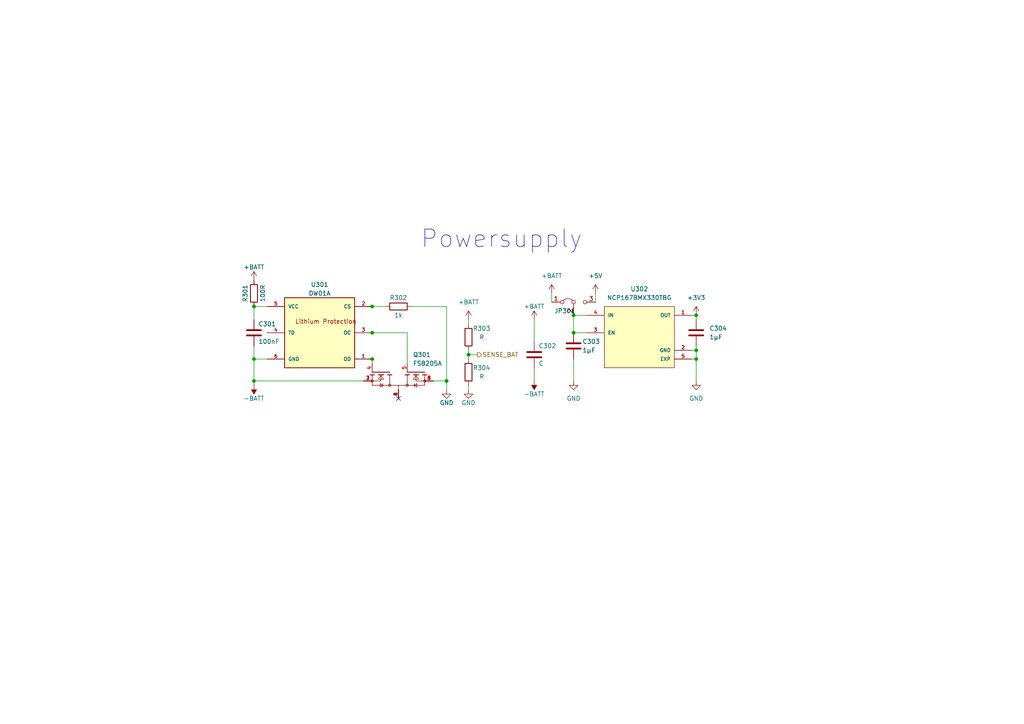
<source format=kicad_sch>
(kicad_sch (version 20211123) (generator eeschema)
  (paper "A4")
  (title_block (title "FabReader2") (date "2022-06-20") (rev "0.2") (company "RLKM UG (haftungsbeschränkt)") (comment 1 "Autoren: Joseph Langosch, Kai Kriegel"))
  (lib_symbols
    (symbol "DW01A:DW01A" (pin_names (offset 1.016))
      (property "Reference" "IC" (at -5.08 11.43 0))
      (property "Value" "DW01A" (at -5.08 -12.7 0))
      (symbol "DW01A_0_0"
        (rectangle (start -10.16 -10.16) (end 10.16 10.16) (stroke (width 0.254)) (fill (type background)))
        (text "Lithium Protection" (at -7.112 2.54 0) (effects (font (size 1.27 1.27)) (justify left bottom)))
        (pin bidirectional line (at 15.24 -7.62 180) (length 5.08) (name "OD") (number "1"))
        (pin bidirectional line (at 15.24 7.62 180) (length 5.08) (name "CS") (number "2"))
        (pin bidirectional line (at 15.24 0 180) (length 5.08) (name "OC") (number "3"))
        (pin bidirectional line (at -15.24 0 0) (length 5.08) (name "TD") (number "4"))
        (pin power_in line (at -15.24 7.62 0) (length 5.08) (name "VCC") (number "5"))
        (pin power_in line (at -15.24 -7.62 0) (length 5.08) (name "GND") (number "6"))
      )
    )
    (symbol "Device:C" (pin_numbers hide) (pin_names (offset 0.254))
      (property "Reference" "C" (at 0.635 2.54 0))
      (property "Value" "C" (at 0.635 -2.54 0))
      (symbol "C_0_1"
        (polyline (pts (xy -2.032 -0.762) (xy 2.032 -0.762)) (stroke (width 0.508)))
        (polyline (pts (xy -2.032 0.762) (xy 2.032 0.762)) (stroke (width 0.508)))
      )
      (symbol "C_1_1"
        (pin passive line (at 0 3.81 270) (length 2.794) (name "~") (number "1"))
        (pin passive line (at 0 -3.81 90) (length 2.794) (name "~") (number "2"))
      )
    )
    (symbol "Device:R" (pin_numbers hide) (pin_names (offset 0))
      (property "Reference" "R" (at 2.032 0 90))
      (property "Value" "R" (at 0 0 90))
      (symbol "R_0_1"
        (rectangle (start -1.016 -2.54) (end 1.016 2.54) (stroke (width 0.254)))
      )
      (symbol "R_1_1"
        (pin passive line (at 0 3.81 270) (length 1.27) (name "~") (number "1"))
        (pin passive line (at 0 -3.81 90) (length 1.27) (name "~") (number "2"))
      )
    )
    (symbol "FS8205A:FS8205A" (pin_names (offset 1.016) hide)
      (property "Reference" "Q" (at -11.43 7.62 0))
      (property "Value" "FS8205A" (at -11.43 -12.7 0))
      (symbol "FS8205A_0_0"
        (circle (center 0 -7.62) (radius 0.3556))
        (polyline (pts (xy -2.54 -2.54) (xy -2.54 -7.62)) (stroke (width 0.254)))
        (polyline (pts (xy -2.54 7.62) (xy -2.54 2.54)) (stroke (width 0.254)))
        (polyline (pts (xy -1.778 -7.62) (xy -1.778 -8.255)) (stroke (width 0.254)))
        (polyline (pts (xy -1.778 -6.985) (xy -1.778 -7.62)) (stroke (width 0.254)))
        (polyline (pts (xy -1.778 -5.08) (xy -1.778 -5.842)) (stroke (width 0.254)))
        (polyline (pts (xy -1.778 -5.08) (xy 0 -5.08)) (stroke (width 0.1524)))
        (polyline (pts (xy -1.778 -4.318) (xy -1.778 -5.08)) (stroke (width 0.254)))
        (polyline (pts (xy -1.778 -2.54) (xy -1.778 -3.175)) (stroke (width 0.254)))
        (polyline (pts (xy -1.778 -2.54) (xy 1.27 -2.54)) (stroke (width 0.1524)))
        (polyline (pts (xy -1.778 -1.905) (xy -1.778 -2.54)) (stroke (width 0.254)))
        (polyline (pts (xy -1.778 2.54) (xy -1.778 1.905)) (stroke (width 0.254)))
        (polyline (pts (xy -1.778 3.175) (xy -1.778 2.54)) (stroke (width 0.254)))
        (polyline (pts (xy -1.778 5.08) (xy -1.778 4.318)) (stroke (width 0.254)))
        (polyline (pts (xy -1.778 5.08) (xy 0 5.08)) (stroke (width 0.1524)))
        (polyline (pts (xy -1.778 5.842) (xy -1.778 5.08)) (stroke (width 0.254)))
        (polyline (pts (xy -1.778 7.62) (xy -1.778 6.985)) (stroke (width 0.254)))
        (polyline (pts (xy -1.778 7.62) (xy 1.27 7.62)) (stroke (width 0.1524)))
        (polyline (pts (xy -1.778 8.255) (xy -1.778 7.62)) (stroke (width 0.254)))
        (polyline (pts (xy 0 -7.62) (xy -1.778 -7.62)) (stroke (width 0.1524)))
        (polyline (pts (xy 0 -7.62) (xy 1.27 -7.62)) (stroke (width 0.1524)))
        (polyline (pts (xy 0 -5.08) (xy 0 -7.62)) (stroke (width 0.1524)))
        (polyline (pts (xy 0 7.62) (xy 0 5.08)) (stroke (width 0.1524)))
        (polyline (pts (xy 0.762 4.572) (xy 1.27 4.572)) (stroke (width 0.1524)))
        (polyline (pts (xy 1.27 -4.572) (xy 0.762 -4.572)) (stroke (width 0.1524)))
        (polyline (pts (xy 1.27 -4.572) (xy 1.27 -7.62)) (stroke (width 0.1524)))
        (polyline (pts (xy 1.27 -2.54) (xy 1.27 -4.572)) (stroke (width 0.1524)))
        (polyline (pts (xy 1.27 -2.54) (xy 1.27 0)) (stroke (width 0.1524)))
        (polyline (pts (xy 1.27 0) (xy 1.27 2.54)) (stroke (width 0.1524)))
        (polyline (pts (xy 1.27 0) (xy 2.54 0)) (stroke (width 0.1524)))
        (polyline (pts (xy 1.27 2.54) (xy -1.778 2.54)) (stroke (width 0.1524)))
        (polyline (pts (xy 1.27 2.54) (xy 1.27 4.572)) (stroke (width 0.1524)))
        (polyline (pts (xy 1.27 4.572) (xy 1.27 7.62)) (stroke (width 0.1524)))
        (polyline (pts (xy 1.27 4.572) (xy 1.778 4.572)) (stroke (width 0.1524)))
        (polyline (pts (xy 1.778 -4.572) (xy 1.27 -4.572)) (stroke (width 0.1524)))
        (polyline (pts (xy -1.524 -5.08) (xy -0.508 -4.318) (xy -0.508 -5.842) (xy -1.524 -5.08)) (stroke (width 0.1524)) (fill (type background)))
        (polyline (pts (xy -1.524 5.08) (xy -0.508 5.842) (xy -0.508 4.318) (xy -1.524 5.08)) (stroke (width 0.1524)) (fill (type background)))
        (polyline (pts (xy 1.27 -4.572) (xy 0.762 -5.334) (xy 1.778 -5.334) (xy 1.27 -4.572)) (stroke (width 0.1524)) (fill (type background)))
        (polyline (pts (xy 1.27 4.572) (xy 1.778 5.334) (xy 0.762 5.334) (xy 1.27 4.572)) (stroke (width 0.1524)) (fill (type background)))
        (circle (center 0 7.62) (radius 0.3556))
        (circle (center 1.27 -2.54) (radius 0.3556))
        (circle (center 1.27 2.54) (radius 0.3556))
        (pin passive line (at 5.08 0 180) (length 2.54) (name "~") (number "1"))
        (pin passive line (at 0 -10.16 90) (length 2.54) (name "~") (number "2"))
        (pin passive line (at 0 -10.16 90) (length 2.54) (name "~") (number "3"))
        (pin passive line (at -5.08 -7.62 0) (length 2.54) (name "~") (number "4"))
        (pin passive line (at -5.08 2.54 0) (length 2.54) (name "~") (number "5"))
        (pin passive line (at 0 10.16 270) (length 2.54) (name "~") (number "6"))
        (pin passive line (at 0 10.16 270) (length 2.54) (name "~") (number "7"))
        (pin passive line (at 5.08 0 180) (length 2.54) (name "~") (number "8"))
      )
    )
    (symbol "Jumper:Jumper_3_Bridged12" (pin_names (offset 0) hide)
      (property "Reference" "JP" (at -2.54 -2.54 0))
      (property "Value" "Jumper_3_Bridged12" (at 0 2.794 0))
      (symbol "Jumper_3_Bridged12_0_0"
        (circle (center -3.302 0) (radius 0.508))
        (circle (center 0 0) (radius 0.508))
        (circle (center 3.302 0) (radius 0.508))
      )
      (symbol "Jumper_3_Bridged12_0_1"
        (arc (start -0.254 0.508) (mid -1.651 0.9912) (end -3.048 0.508))
        (polyline (pts (xy 0 -1.27) (xy 0 -0.508)))
      )
      (symbol "Jumper_3_Bridged12_1_1"
        (pin passive line (at -6.35 0 0) (length 2.54) (name "A") (number "1"))
        (pin passive line (at 0 -3.81 90) (length 2.54) (name "C") (number "2"))
        (pin passive line (at 6.35 0 180) (length 2.54) (name "B") (number "3"))
      )
    )
    (symbol "NCP167BMX330TBG:NCP167BMX330TBG" (pin_names (offset 1.016))
      (property "Reference" "U" (at -10.16 7.62 0))
      (property "Value" "NCP167BMX330TBG" (at -10.16 -12.7 0))
      (symbol "NCP167BMX330TBG_0_0"
        (rectangle (start -10.16 -10.16) (end 10.16 7.62) (stroke (width 0.1524)) (fill (type background)))
        (pin output line (at 15.24 5.08 180) (length 5.08) (name "OUT") (number "1"))
        (pin power_in line (at 15.24 -5.08 180) (length 5.08) (name "GND") (number "2"))
        (pin input line (at -15.24 0 0) (length 5.08) (name "EN") (number "3"))
        (pin input line (at -15.24 5.08 0) (length 5.08) (name "IN") (number "4"))
        (pin power_in line (at 15.24 -7.62 180) (length 5.08) (name "EXP") (number "5"))
      )
    )
    (symbol "power:+3V3" (power) (pin_names (offset 0))
      (property "Value" "+3V3" (at 0 3.556 0))
      (symbol "+3V3_0_1"
        (polyline (pts (xy -0.762 1.27) (xy 0 2.54)))
        (polyline (pts (xy 0 0) (xy 0 2.54)))
        (polyline (pts (xy 0 2.54) (xy 0.762 1.27)))
      )
      (symbol "+3V3_1_1"
        (pin power_in line (at 0 0 90) (length 0) hide (name "+3V3") (number "1"))
      )
    )
    (symbol "power:+5V" (power) (pin_names (offset 0))
      (property "Value" "+5V" (at 0 3.556 0))
      (symbol "+5V_0_1"
        (polyline (pts (xy -0.762 1.27) (xy 0 2.54)))
        (polyline (pts (xy 0 0) (xy 0 2.54)))
        (polyline (pts (xy 0 2.54) (xy 0.762 1.27)))
      )
      (symbol "+5V_1_1"
        (pin power_in line (at 0 0 90) (length 0) hide (name "+5V") (number "1"))
      )
    )
    (symbol "power:+BATT" (power) (pin_names (offset 0))
      (property "Value" "+BATT" (at 0 3.556 0))
      (symbol "+BATT_0_1"
        (polyline (pts (xy -0.762 1.27) (xy 0 2.54)))
        (polyline (pts (xy 0 0) (xy 0 2.54)))
        (polyline (pts (xy 0 2.54) (xy 0.762 1.27)))
      )
      (symbol "+BATT_1_1"
        (pin power_in line (at 0 0 90) (length 0) hide (name "+BATT") (number "1"))
      )
    )
    (symbol "power:-BATT" (power) (pin_names (offset 0))
      (property "Value" "-BATT" (at 0 3.556 0))
      (symbol "-BATT_0_1"
        (polyline (pts (xy 0 0) (xy 0 2.54)))
        (polyline (pts (xy 0.762 1.27) (xy -0.762 1.27) (xy 0 2.54) (xy 0.762 1.27)) (fill (type outline)))
      )
      (symbol "-BATT_1_1"
        (pin power_in line (at 0 0 90) (length 0) hide (name "-BATT") (number "1"))
      )
    )
    (symbol "power:GND" (power) (pin_names (offset 0))
      (property "Value" "GND" (at 0 -3.81 0))
      (symbol "GND_0_1"
        (polyline (pts (xy 0 0) (xy 0 -1.27) (xy 1.27 -1.27) (xy 0 -2.54) (xy -1.27 -1.27) (xy 0 -1.27)))
      )
      (symbol "GND_1_1"
        (pin power_in line (at 0 0 270) (length 0) hide (name "GND") (number "1"))
      )
    )
  )
  (junction (at 201.93 104.14))
  (junction (at 107.95 88.9))
  (junction (at 166.37 91.44))
  (junction (at 166.37 96.52))
  (junction (at 201.93 91.44))
  (junction (at 73.66 110.49))
  (junction (at 73.66 88.9))
  (junction (at 201.93 101.6))
  (junction (at 107.95 104.14))
  (junction (at 107.95 96.52))
  (junction (at 135.89 102.87))
  (junction (at 73.66 104.14))
  (junction (at 129.54 110.49))
  (no_connect (at 115.57 115.57))
  (wire (pts (xy 166.37 96.52) (xy 166.37 91.44)))
  (wire (pts (xy 166.37 91.44) (xy 170.18 91.44)))
  (wire (pts (xy 201.93 101.6) (xy 200.66 101.6)))
  (wire (pts (xy 129.54 110.49) (xy 129.54 113.03)))
  (wire (pts (xy 201.93 92.71) (xy 201.93 91.44)))
  (wire (pts (xy 119.38 88.9) (xy 129.54 88.9)))
  (wire (pts (xy 135.89 113.03) (xy 135.89 111.76)))
  (wire (pts (xy 73.66 110.49) (xy 105.41 110.49)))
  (wire (pts (xy 73.66 88.9) (xy 73.66 92.71)))
  (wire (pts (xy 135.89 102.87) (xy 135.89 104.14)))
  (wire (pts (xy 129.54 88.9) (xy 129.54 110.49)))
  (wire (pts (xy 73.66 100.33) (xy 73.66 104.14)))
  (wire (pts (xy 73.66 88.9) (xy 77.47 88.9)))
  (wire (pts (xy 201.93 104.14) (xy 201.93 110.49)))
  (wire (pts (xy 201.93 104.14) (xy 201.93 101.6)))
  (wire (pts (xy 201.93 100.33) (xy 201.93 101.6)))
  (wire (pts (xy 107.95 104.14) (xy 107.95 105.41)))
  (wire (pts (xy 154.94 92.71) (xy 154.94 99.06)))
  (wire (pts (xy 73.66 110.49) (xy 73.66 104.14)))
  (wire (pts (xy 107.95 88.9) (xy 111.76 88.9)))
  (wire (pts (xy 135.89 101.6) (xy 135.89 102.87)))
  (wire (pts (xy 201.93 104.14) (xy 200.66 104.14)))
  (wire (pts (xy 73.66 104.14) (xy 77.47 104.14)))
  (wire (pts (xy 135.89 92.71) (xy 135.89 93.98)))
  (wire (pts (xy 118.11 96.52) (xy 107.95 96.52)))
  (wire (pts (xy 160.02 85.09) (xy 160.02 87.63)))
  (wire (pts (xy 73.66 111.76) (xy 73.66 110.49)))
  (wire (pts (xy 118.11 105.41) (xy 118.11 96.52)))
  (wire (pts (xy 172.72 85.09) (xy 172.72 87.63)))
  (wire (pts (xy 201.93 91.44) (xy 200.66 91.44)))
  (wire (pts (xy 166.37 104.14) (xy 166.37 110.49)))
  (wire (pts (xy 106.68 88.9) (xy 107.95 88.9)))
  (wire (pts (xy 106.68 104.14) (xy 107.95 104.14)))
  (wire (pts (xy 138.43 102.87) (xy 135.89 102.87)))
  (wire (pts (xy 170.18 96.52) (xy 166.37 96.52)))
  (wire (pts (xy 154.94 106.68) (xy 154.94 110.49)))
  (wire (pts (xy 106.68 96.52) (xy 107.95 96.52)))
  (wire (pts (xy 125.73 110.49) (xy 129.54 110.49)))
  (text "Powersupply" (at 121.92 72.39 0) (effects (font (size 5.08 5.08)) (justify left bottom)))
  (hierarchical_label "SENSE_BAT" (shape output) (at 138.43 102.87 0))
  (symbol (lib_id "power:+5V") (at 172.72 85.09 0) (unit 1)
    (property "Reference" "#PWR0310" (effects hide))
    (property "Value" "+5V" (at 172.72 80.01 0))
  )
  (symbol (lib_id "Device:R") (at 73.66 85.09 180) (unit 1)
    (property "Reference" "R301" (at 71.12 85.09 90))
    (property "Value" "100R" (at 76.2 85.09 90))
    (property "Footprint" "Resistor_SMD:R_0402_1005Metric" (effects hide))
    (property "Datasheet" "https://datasheet.lcsc.com/lcsc/1809291220_YAGEO-RC0402FR-07100RL_C106232.pdf" (effects hide))
    (property "MANUFACTURER" "YAGEO" (effects hide))
    (property "MPN" "RC0402FR-07100RL" (effects hide))
  )
  (symbol (lib_id "Jumper:Jumper_3_Bridged12") (at 166.37 87.63 0) (unit 1)
    (property "Reference" "JP301" (at 163.83 90.17 0))
    (property "Value" "Jumper_3_Bridged12" (effects hide))
    (property "Footprint" "Connector_PinHeader_2.54mm:PinHeader_1x03_P2.54mm_Vertical" (effects hide))
  )
  (symbol (lib_id "Device:R") (at 115.57 88.9 90) (unit 1)
    (property "Reference" "R302" (at 115.57 86.36 90))
    (property "Value" "1k" (at 115.57 91.44 90))
    (property "Footprint" "Resistor_SMD:R_0402_1005Metric" (effects hide))
    (property "Datasheet" "https://datasheet.lcsc.com/lcsc/1809301717_YAGEO-RC0402JR-071KL_C105637.pdf" (effects hide))
    (property "MANUFACTURER" "YAGEO" (effects hide))
    (property "MPN" "AC0402FR-071KL" (effects hide))
  )
  (symbol (lib_id "Device:C") (at 73.66 96.52 0) (unit 1)
    (property "Reference" "C301" (at 74.93 93.98 0) (effects (justify left)))
    (property "Value" "100nF" (at 74.93 99.06 0) (effects (justify left)))
    (property "Footprint" "Capacitor_SMD:C_0402_1005Metric" (effects hide))
    (property "Datasheet" "https://datasheet.lcsc.com/lcsc/2006151134_YAGEO-CC0402KRX5R5BB104_C541405.pdf" (effects hide))
    (property "MANUFACTURER" "YAGEO" (effects hide))
    (property "MPN" "CC0402KRX5R5BB104" (effects hide))
    (property "Type" "X5R" (effects hide))
  )
  (symbol (lib_id "power:+BATT") (at 154.94 92.71 0) (unit 1)
    (property "Reference" "#PWR0306" (effects hide))
    (property "Value" "+BATT" (at 154.94 88.9 0))
  )
  (symbol (lib_id "Device:R") (at 135.89 97.79 180) (unit 1)
    (property "Reference" "R303" (at 139.7 95.25 0))
    (property "Value" "R" (at 139.7 97.79 0))
    (property "Footprint" "Resistor_SMD:R_0402_1005Metric" (effects hide))
  )
  (symbol (lib_id "Device:C") (at 201.93 96.52 0) (unit 1)
    (property "Reference" "C304" (at 205.74 95.2499 0) (effects (justify left)))
    (property "Value" "1µF" (at 205.74 97.7899 0) (effects (justify left)))
    (property "Footprint" "Capacitor_SMD:C_0402_1005Metric" (effects hide))
    (property "Datasheet" "https://datasheet.lcsc.com/lcsc/1811081616_Murata-Electronics-GRM155R61E105KA12D_C77009.pdf" (effects hide))
    (property "MANUFACTURER" "Murata Electronics" (effects hide))
    (property "MPN" "GRM155R61E105KA12D" (effects hide))
    (property "Type" "X5R" (effects hide))
  )
  (symbol (lib_id "FS8205A:FS8205A") (at 115.57 110.49 270) (unit 1)
    (property "Reference" "Q301" (at 119.7611 102.87 90) (effects (justify left)))
    (property "Value" "FS8205A" (at 119.7611 105.41 90) (effects (justify left)))
    (property "Footprint" "FS8205A:SOP65P640X120-8N" (effects hide))
    (property "Datasheet" "https://datasheet.lcsc.com/lcsc/1809050110_Fortune-Semicon-FS8205A_C16052.pdf" (effects hide))
    (property "STANDARD" "IPC 7351B" (effects hide))
    (property "MAXIMUM_PACKAGE_HEIGHT" "1.2mm" (effects hide))
    (property "PARTREV" "1.7" (effects hide))
    (property "MANUFACTURER" "Fortune Semiconductor" (effects hide))
    (property "MPN" "FS8205A" (effects hide))
  )
  (symbol (lib_id "power:+3V3") (at 201.93 91.44 0) (unit 1)
    (property "Reference" "#PWR0311" (effects hide))
    (property "Value" "+3V3" (at 201.93 86.36 0))
  )
  (symbol (lib_id "Device:R") (at 135.89 107.95 0) (unit 1)
    (property "Reference" "R304" (at 139.7 106.68 0))
    (property "Value" "R" (at 139.7 109.22 0))
    (property "Footprint" "Resistor_SMD:R_0402_1005Metric" (effects hide))
  )
  (symbol (lib_id "NCP167BMX330TBG:NCP167BMX330TBG") (at 185.42 96.52 0) (unit 1)
    (property "Reference" "U302" (at 185.42 83.82 0))
    (property "Value" "NCP167BMX330TBG" (at 185.42 86.36 0))
    (property "Footprint" "NCP167BMX330TBG:REG_NCP167BMX330TBG" (effects hide))
    (property "Datasheet" "https://datasheet.lcsc.com/lcsc/2107280040_onsemi-NCP167BMX330TBG_C892227.pdf" (effects hide))
    (property "MAXIMUM_PACKAGE_HEIGHT" "0.43mm" (effects hide))
    (property "MANUFACTURER" "ON Semiconductor" (effects hide))
    (property "PARTREV" "3" (effects hide))
    (property "STANDARD" "Manufacturer recommendations" (effects hide))
    (property "MPN" "NCP167BMX330TBG" (effects hide))
  )
  (symbol (lib_id "Device:C") (at 166.37 100.33 0) (unit 1)
    (property "Reference" "C303" (at 168.91 99.06 0) (effects (justify left)))
    (property "Value" "1µF" (at 168.91 101.6 0) (effects (justify left)))
    (property "Footprint" "Capacitor_SMD:C_0402_1005Metric" (effects hide))
    (property "Datasheet" "https://datasheet.lcsc.com/lcsc/1811081616_Murata-Electronics-GRM155R61E105KA12D_C77009.pdf" (effects hide))
    (property "MANUFACTURER" "Murata Electronics" (effects hide))
    (property "MPN" "GRM155R61E105KA12D" (effects hide))
    (property "Type" "X5R" (effects hide))
  )
  (symbol (lib_id "power:-BATT") (at 154.94 110.49 180) (unit 1)
    (property "Reference" "#PWR0307" (effects hide))
    (property "Value" "-BATT" (at 154.94 114.3 0))
  )
  (symbol (lib_id "DW01A:DW01A") (at 92.71 96.52 0) (unit 1)
    (property "Reference" "U301" (at 92.71 82.55 0))
    (property "Value" "DW01A" (at 92.71 85.09 0))
    (property "Footprint" "DW01A:SOT23-6" (effects hide))
    (property "Datasheet" "https://datasheet.lcsc.com/lcsc/2201121330_YONGYUTAI-DW01A_C2927799.pdf" (effects hide))
    (property "VALUE" "DW01A" (effects hide))
    (property "LCSC" "C351410" (effects hide))
    (property "MPN" "DW01A" (effects hide))
    (property "MANUFACTURER" "YONGYUTAI" (effects hide))
  )
  (symbol (lib_id "power:+BATT") (at 135.89 92.71 0) (unit 1)
    (property "Reference" "#PWR0304" (effects hide))
    (property "Value" "+BATT" (at 135.89 87.63 0))
  )
  (symbol (lib_id "power:-BATT") (at 73.66 111.76 180) (unit 1)
    (property "Reference" "#PWR0302" (effects hide))
    (property "Value" "-BATT" (at 73.66 115.57 0))
  )
  (symbol (lib_id "power:GND") (at 135.89 113.03 0) (unit 1)
    (property "Reference" "#PWR0305" (effects hide))
    (property "Value" "GND" (at 135.89 116.84 0))
  )
  (symbol (lib_id "Device:C") (at 154.94 102.87 0) (unit 1)
    (property "Reference" "C302" (at 156.21 100.33 0) (effects (justify left)))
    (property "Value" "C" (at 156.21 105.41 0) (effects (justify left)))
    (property "Footprint" "Capacitor_SMD:C_0603_1608Metric" (effects hide))
  )
  (symbol (lib_id "power:+BATT") (at 160.02 85.09 0) (unit 1)
    (property "Reference" "#PWR0308" (effects hide))
    (property "Value" "+BATT" (at 160.02 80.01 0))
  )
  (symbol (lib_id "power:GND") (at 166.37 110.49 0) (unit 1)
    (property "Reference" "#PWR0309" (effects hide))
    (property "Value" "GND" (at 166.37 115.57 0))
  )
  (symbol (lib_id "power:+BATT") (at 73.66 81.28 0) (unit 1)
    (property "Reference" "#PWR0301" (effects hide))
    (property "Value" "+BATT" (at 73.66 77.47 0))
  )
  (symbol (lib_id "power:GND") (at 129.54 113.03 0) (unit 1)
    (property "Reference" "#PWR0303" (effects hide))
    (property "Value" "GND" (at 129.54 116.84 0))
  )
  (symbol (lib_id "power:GND") (at 201.93 110.49 0) (unit 1)
    (property "Reference" "#PWR0312" (effects hide))
    (property "Value" "GND" (at 201.93 115.57 0))
  )
)
</source>
